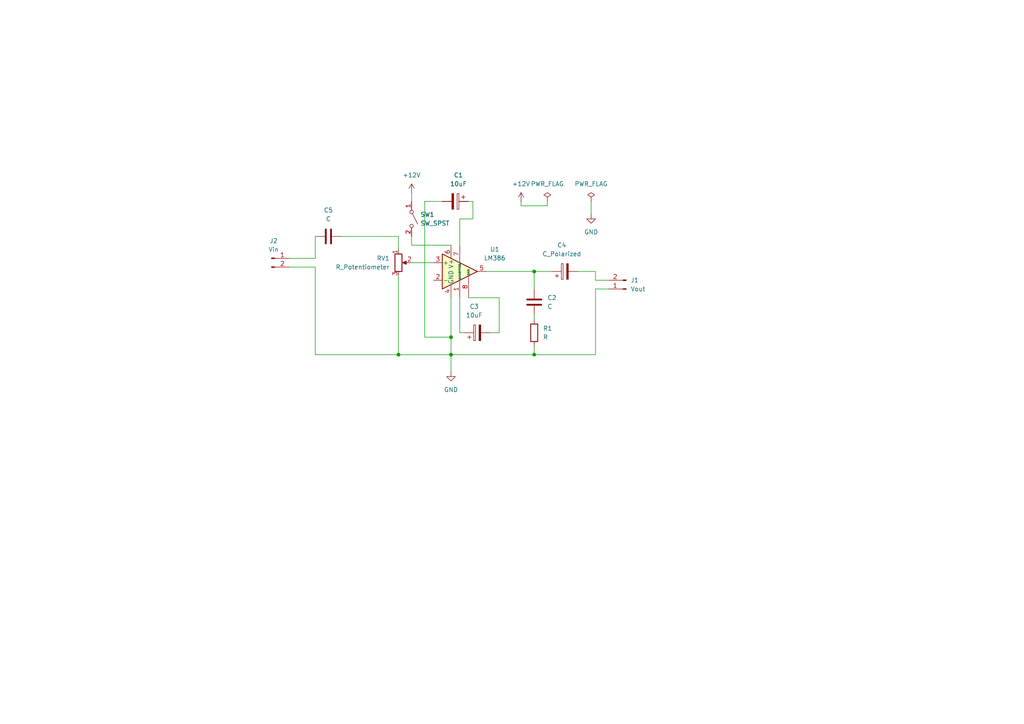
<source format=kicad_sch>
(kicad_sch (version 20250114) (generator "eeschema") (generator_version "9.0")
  (paper "A4")
  (lib_symbols
    (symbol "Amplifier_Audio:LM386" (pin_names (offset 0.127))
      (property "Reference" "U" (at 1.27 7.62 0))
      (property "Value" "LM386" (at 1.27 5.08 0))
      (symbol "LM386_0_1"
        (polyline (pts (xy 5.08 0) (xy -5.08 5.08) (xy -5.08 -5.08) (xy 5.08 0)) (stroke (width 0.254)) (fill (type background)))
      )
      (symbol "LM386_1_1"
        (pin input line (at -7.62 2.54 0) (length 2.54) (name "+") (number "3"))
        (pin input line (at -7.62 -2.54 0) (length 2.54) (name "-") (number "2"))
        (pin power_in line (at -2.54 7.62 270) (length 3.81) (name "V+") (number "6"))
        (pin power_in line (at -2.54 -7.62 90) (length 3.81) (name "GND") (number "4"))
        (pin input line (at 0 7.62 270) (length 5.08) (name "BYPASS") (number "7"))
        (pin input line (at 0 -7.62 90) (length 5.08) (name "GAIN") (number "1"))
        (pin input line (at 2.54 -7.62 90) (length 6.35) (name "GAIN") (number "8"))
        (pin output line (at 7.62 0 180) (length 2.54) (name "~") (number "5"))
      )
    )
    (symbol "Connector:Conn_01x02_Pin" (pin_names (offset 1.016) (hide yes))
      (property "Reference" "J" (at 0 2.54 0))
      (property "Value" "Conn_01x02_Pin" (at 0 -5.08 0))
      (symbol "Conn_01x02_Pin_1_1"
        (rectangle (start 0.8636 0.127) (end 0 -0.127) (stroke (width 0.1524)) (fill (type outline)))
        (rectangle (start 0.8636 -2.413) (end 0 -2.667) (stroke (width 0.1524)) (fill (type outline)))
        (polyline (pts (xy 1.27 0) (xy 0.8636 0)) (stroke (width 0.1524)))
        (polyline (pts (xy 1.27 -2.54) (xy 0.8636 -2.54)) (stroke (width 0.1524)))
        (pin passive line (at 5.08 0 180) (length 3.81) (name "Pin_1") (number "1"))
        (pin passive line (at 5.08 -2.54 180) (length 3.81) (name "Pin_2") (number "2"))
      )
    )
    (symbol "Device:C" (pin_numbers (hide yes)) (pin_names (offset 0.254))
      (property "Reference" "C" (at 0.635 2.54 0))
      (property "Value" "C" (at 0.635 -2.54 0))
      (symbol "C_0_1"
        (polyline (pts (xy -2.032 0.762) (xy 2.032 0.762)) (stroke (width 0.508)))
        (polyline (pts (xy -2.032 -0.762) (xy 2.032 -0.762)) (stroke (width 0.508)))
      )
      (symbol "C_1_1"
        (pin passive line (at 0 3.81 270) (length 2.794) (name "~") (number "1"))
        (pin passive line (at 0 -3.81 90) (length 2.794) (name "~") (number "2"))
      )
    )
    (symbol "Device:C_Polarized" (pin_numbers (hide yes)) (pin_names (offset 0.254))
      (property "Reference" "C" (at 0.635 2.54 0))
      (property "Value" "C_Polarized" (at 0.635 -2.54 0))
      (symbol "C_Polarized_0_1"
        (rectangle (start -2.286 0.508) (end 2.286 1.016))
        (polyline (pts (xy -1.778 2.286) (xy -0.762 2.286)))
        (polyline (pts (xy -1.27 2.794) (xy -1.27 1.778)))
        (rectangle (start 2.286 -0.508) (end -2.286 -1.016) (fill (type outline)))
      )
      (symbol "C_Polarized_1_1"
        (pin passive line (at 0 3.81 270) (length 2.794) (name "~") (number "1"))
        (pin passive line (at 0 -3.81 90) (length 2.794) (name "~") (number "2"))
      )
    )
    (symbol "Device:R" (pin_numbers (hide yes)) (pin_names (offset 0))
      (property "Reference" "R" (at 2.032 0 90))
      (property "Value" "R" (at 0 0 90))
      (symbol "R_0_1"
        (rectangle (start -1.016 -2.54) (end 1.016 2.54) (stroke (width 0.254)))
      )
      (symbol "R_1_1"
        (pin passive line (at 0 3.81 270) (length 1.27) (name "~") (number "1"))
        (pin passive line (at 0 -3.81 90) (length 1.27) (name "~") (number "2"))
      )
    )
    (symbol "Device:R_Potentiometer" (pin_names (offset 1.016) (hide yes))
      (property "Reference" "RV" (at -4.445 0 90))
      (property "Value" "R_Potentiometer" (at -2.54 0 90))
      (symbol "R_Potentiometer_0_1"
        (rectangle (start 1.016 2.54) (end -1.016 -2.54) (stroke (width 0.254)))
        (polyline (pts (xy 1.143 0) (xy 2.286 0.508) (xy 2.286 -0.508) (xy 1.143 0)) (fill (type outline)))
        (polyline (pts (xy 2.54 0) (xy 1.524 0)))
      )
      (symbol "R_Potentiometer_1_1"
        (pin passive line (at 0 3.81 270) (length 1.27) (name "1") (number "1"))
        (pin passive line (at 0 -3.81 90) (length 1.27) (name "3") (number "3"))
        (pin passive line (at 3.81 0 180) (length 1.27) (name "2") (number "2"))
      )
    )
    (symbol "Switch:SW_SPST" (pin_names (offset 0) (hide yes))
      (property "Reference" "SW" (at 0 3.175 0))
      (property "Value" "SW_SPST" (at 0 -2.54 0))
      (symbol "SW_SPST_0_0"
        (circle (center -2.032 0) (radius 0.508))
        (polyline (pts (xy -1.524 0.254) (xy 1.524 1.778)))
        (circle (center 2.032 0) (radius 0.508))
      )
      (symbol "SW_SPST_1_1"
        (pin passive line (at -5.08 0 0) (length 2.54) (name "A") (number "1"))
        (pin passive line (at 5.08 0 180) (length 2.54) (name "B") (number "2"))
      )
    )
    (symbol "power:+12V" (power) (pin_numbers (hide yes)) (pin_names (offset 0) (hide yes))
      (property "Value" "+12V" (at 0 3.556 0))
      (symbol "+12V_0_1"
        (polyline (pts (xy -0.762 1.27) (xy 0 2.54)))
        (polyline (pts (xy 0 2.54) (xy 0.762 1.27)))
        (polyline (pts (xy 0 0) (xy 0 2.54)))
      )
      (symbol "+12V_1_1"
        (pin power_in line (at 0 0 90) (length 0) (name "~") (number "1"))
      )
    )
    (symbol "power:GND" (power) (pin_numbers (hide yes)) (pin_names (offset 0) (hide yes))
      (property "Value" "GND" (at 0 -3.81 0))
      (symbol "GND_0_1"
        (polyline (pts (xy 0 0) (xy 0 -1.27) (xy 1.27 -1.27) (xy 0 -2.54) (xy -1.27 -1.27) (xy 0 -1.27)))
      )
      (symbol "GND_1_1"
        (pin power_in line (at 0 0 270) (length 0) (name "~") (number "1"))
      )
    )
    (symbol "power:PWR_FLAG" (power) (pin_numbers (hide yes)) (pin_names (offset 0) (hide yes))
      (property "Value" "PWR_FLAG" (at 0 3.81 0))
      (symbol "PWR_FLAG_0_0"
        (pin power_out line (at 0 0 90) (length 0) (name "~") (number "1"))
      )
      (symbol "PWR_FLAG_0_1"
        (polyline (pts (xy 0 0) (xy 0 1.27) (xy -1.016 1.905) (xy 0 2.54) (xy 1.016 1.905) (xy 0 1.27)))
      )
    )
  )
  (junction (at 115.57 102.87))
  (junction (at 154.94 102.87))
  (junction (at 154.94 78.74))
  (junction (at 130.81 102.87))
  (junction (at 130.81 97.79))
  (wire (pts (xy 133.35 86.36) (xy 133.35 96.52)))
  (wire (pts (xy 144.78 86.36) (xy 135.89 86.36)))
  (wire (pts (xy 142.24 96.52) (xy 144.78 96.52)))
  (wire (pts (xy 140.97 78.74) (xy 154.94 78.74)))
  (wire (pts (xy 172.72 81.28) (xy 172.72 78.74)))
  (wire (pts (xy 154.94 78.74) (xy 154.94 83.82)))
  (wire (pts (xy 115.57 80.01) (xy 115.57 102.87)))
  (wire (pts (xy 130.81 102.87) (xy 154.94 102.87)))
  (wire (pts (xy 123.19 58.42) (xy 123.19 97.79)))
  (wire (pts (xy 91.44 102.87) (xy 115.57 102.87)))
  (wire (pts (xy 176.53 81.28) (xy 172.72 81.28)))
  (wire (pts (xy 144.78 96.52) (xy 144.78 86.36)))
  (wire (pts (xy 115.57 68.58) (xy 115.57 72.39)))
  (wire (pts (xy 154.94 91.44) (xy 154.94 92.71)))
  (wire (pts (xy 171.45 58.42) (xy 171.45 62.23)))
  (wire (pts (xy 151.13 59.69) (xy 158.75 59.69)))
  (wire (pts (xy 91.44 74.93) (xy 91.44 68.58)))
  (wire (pts (xy 119.38 71.12) (xy 130.81 71.12)))
  (wire (pts (xy 167.64 78.74) (xy 172.72 78.74)))
  (wire (pts (xy 172.72 83.82) (xy 172.72 102.87)))
  (wire (pts (xy 172.72 102.87) (xy 154.94 102.87)))
  (wire (pts (xy 137.16 63.5) (xy 133.35 63.5)))
  (wire (pts (xy 135.89 58.42) (xy 137.16 58.42)))
  (wire (pts (xy 119.38 68.58) (xy 119.38 71.12)))
  (wire (pts (xy 130.81 102.87) (xy 130.81 107.95)))
  (wire (pts (xy 137.16 58.42) (xy 137.16 63.5)))
  (wire (pts (xy 83.82 77.47) (xy 91.44 77.47)))
  (wire (pts (xy 176.53 83.82) (xy 172.72 83.82)))
  (wire (pts (xy 123.19 97.79) (xy 130.81 97.79)))
  (wire (pts (xy 123.19 58.42) (xy 128.27 58.42)))
  (wire (pts (xy 151.13 58.42) (xy 151.13 59.69)))
  (wire (pts (xy 115.57 102.87) (xy 130.81 102.87)))
  (wire (pts (xy 133.35 96.52) (xy 134.62 96.52)))
  (wire (pts (xy 119.38 76.2) (xy 125.73 76.2)))
  (wire (pts (xy 130.81 97.79) (xy 130.81 86.36)))
  (wire (pts (xy 133.35 63.5) (xy 133.35 71.12)))
  (wire (pts (xy 99.06 68.58) (xy 115.57 68.58)))
  (wire (pts (xy 154.94 78.74) (xy 160.02 78.74)))
  (wire (pts (xy 91.44 77.47) (xy 91.44 102.87)))
  (wire (pts (xy 158.75 58.42) (xy 158.75 59.69)))
  (wire (pts (xy 119.38 55.88) (xy 119.38 58.42)))
  (wire (pts (xy 154.94 100.33) (xy 154.94 102.87)))
  (wire (pts (xy 83.82 74.93) (xy 91.44 74.93)))
  (wire (pts (xy 130.81 102.87) (xy 130.81 97.79)))
  (symbol (lib_id "Device:C_Polarized") (at 138.43 96.52 90) (unit 1)
    (property "Reference" "C3" (at 137.541 88.9 90))
    (property "Value" "10uF" (at 137.541 91.44 90))
    (property "Footprint" "Capacitor_THT:CP_Radial_D5.0mm_P2.00mm" (effects (hide yes)))
    (property "Description" "Polarized capacitor" (effects (hide yes)))
  )
  (symbol (lib_id "Device:R") (at 154.94 96.52 0) (unit 1)
    (property "Reference" "R1" (at 157.48 95.2499 0) (effects (justify left)))
    (property "Value" "R" (at 157.48 97.7899 0) (effects (justify left)))
    (property "Footprint" "Resistor_THT:R_Axial_DIN0207_L6.3mm_D2.5mm_P7.62mm_Horizontal" (effects (hide yes)))
    (property "Description" "Resistor" (effects (hide yes)))
  )
  (symbol (lib_id "Switch:SW_SPST") (at 119.38 63.5 270) (unit 1)
    (property "Reference" "SW1" (at 121.92 62.2299 90) (effects (justify left)))
    (property "Value" "SW_SPST" (at 121.92 64.7699 90) (effects (justify left)))
    (property "Footprint" "Button_Switch_THT:SW_PUSH_6mm" (effects (hide yes)))
    (property "Description" "Single Pole Single Throw (SPST) switch" (effects (hide yes)))
  )
  (symbol (lib_id "power:+12V") (at 119.38 55.88 0) (unit 1)
    (property "Reference" "#PWR03" (effects (hide yes)))
    (property "Value" "+12V" (at 119.38 50.8 0))
    (property "Description" "Power symbol creates a global label with name \"+12V\"" (effects (hide yes)))
  )
  (symbol (lib_id "power:PWR_FLAG") (at 171.45 58.42 0) (unit 1)
    (property "Reference" "#FLG01" (effects (hide yes)))
    (property "Value" "PWR_FLAG" (at 171.45 53.34 0))
    (property "Description" "Special symbol for telling ERC where power comes from" (effects (hide yes)))
  )
  (symbol (lib_id "power:GND") (at 171.45 62.23 0) (unit 1)
    (property "Reference" "#PWR04" (effects (hide yes)))
    (property "Value" "GND" (at 171.45 67.31 0))
    (property "Description" "Power symbol creates a global label with name \"GND\" , ground" (effects (hide yes)))
  )
  (symbol (lib_id "power:PWR_FLAG") (at 158.75 58.42 0) (unit 1)
    (property "Reference" "#FLG02" (effects (hide yes)))
    (property "Value" "PWR_FLAG" (at 158.75 53.34 0))
    (property "Description" "Special symbol for telling ERC where power comes from" (effects (hide yes)))
  )
  (symbol (lib_id "Device:C") (at 154.94 87.63 0) (unit 1)
    (property "Reference" "C2" (at 158.75 86.3599 0) (effects (justify left)))
    (property "Value" "C" (at 158.75 88.8999 0) (effects (justify left)))
    (property "Footprint" "Capacitor_THT:C_Disc_D5.0mm_W2.5mm_P2.50mm" (effects (hide yes)))
    (property "Description" "Unpolarized capacitor" (effects (hide yes)))
  )
  (symbol (lib_id "Device:C_Polarized") (at 132.08 58.42 270) (unit 1)
    (property "Reference" "C1" (at 132.969 50.8 90))
    (property "Value" "10uF" (at 132.969 53.34 90))
    (property "Footprint" "Capacitor_THT:CP_Radial_D5.0mm_P2.00mm" (effects (hide yes)))
    (property "Description" "Polarized capacitor" (effects (hide yes)))
  )
  (symbol (lib_id "Amplifier_Audio:LM386") (at 133.35 78.74 0) (unit 1)
    (property "Reference" "U1" (at 143.51 72.3198 0))
    (property "Value" "LM386" (at 143.51 74.8598 0))
    (property "Footprint" "Package_DIP:DIP-8_W7.62mm" (effects (hide yes)))
    (property "Datasheet" "http://www.ti.com/lit/ds/symlink/lm386.pdf" (effects (hide yes)))
    (property "Description" "Low Voltage Audio Power Amplifier, DIP-8/SOIC-8/SSOP-8" (effects (hide yes)))
  )
  (symbol (lib_id "Device:C_Polarized") (at 163.83 78.74 90) (unit 1)
    (property "Reference" "C4" (at 162.941 71.12 90))
    (property "Value" "C_Polarized" (at 162.941 73.66 90))
    (property "Footprint" "Capacitor_THT:CP_Radial_D5.0mm_P2.00mm" (effects (hide yes)))
    (property "Description" "Polarized capacitor" (effects (hide yes)))
  )
  (symbol (lib_id "Device:C") (at 95.25 68.58 90) (unit 1)
    (property "Reference" "C5" (at 95.25 60.96 90))
    (property "Value" "C" (at 95.25 63.5 90))
    (property "Footprint" "Capacitor_THT:C_Disc_D5.0mm_W2.5mm_P2.50mm" (effects (hide yes)))
    (property "Description" "Unpolarized capacitor" (effects (hide yes)))
  )
  (symbol (lib_id "power:GND") (at 130.81 107.95 0) (unit 1)
    (property "Reference" "#PWR02" (effects (hide yes)))
    (property "Value" "GND" (at 130.81 113.03 0))
    (property "Description" "Power symbol creates a global label with name \"GND\" , ground" (effects (hide yes)))
  )
  (symbol (lib_id "Device:R_Potentiometer") (at 115.57 76.2 0) (unit 1)
    (property "Reference" "RV1" (at 113.03 74.9299 0) (effects (justify right)))
    (property "Value" "R_Potentiometer" (at 113.03 77.4699 0) (effects (justify right)))
    (property "Footprint" "Potentiometer_THT:Potentiometer_Bourns_3296W_Vertical" (effects (hide yes)))
    (property "Description" "Potentiometer" (effects (hide yes)))
  )
  (symbol (lib_id "power:+12V") (at 151.13 58.42 0) (unit 1)
    (property "Reference" "#PWR01" (effects (hide yes)))
    (property "Value" "+12V" (at 151.13 53.34 0))
    (property "Description" "Power symbol creates a global label with name \"+12V\"" (effects (hide yes)))
  )
  (symbol (lib_id "Connector:Conn_01x02_Pin") (at 181.61 83.82 180) (unit 1)
    (property "Reference" "J1" (at 182.88 81.2799 0) (effects (justify right)))
    (property "Value" "Vout" (at 182.88 83.8199 0) (effects (justify right)))
    (property "Footprint" "Connector_PinHeader_2.54mm:PinHeader_1x02_P2.54mm_Vertical" (effects (hide yes)))
    (property "Description" "Generic connector, single row, 01x02, script generated" (effects (hide yes)))
  )
  (symbol (lib_id "Connector:Conn_01x02_Pin") (at 78.74 74.93 0) (unit 1)
    (property "Reference" "J2" (at 79.375 69.85 0))
    (property "Value" "Vin" (at 79.375 72.39 0))
    (property "Footprint" "Connector_PinHeader_2.54mm:PinHeader_1x02_P2.54mm_Vertical" (effects (hide yes)))
    (property "Description" "Generic connector, single row, 01x02, script generated" (effects (hide yes)))
  )
)
</source>
